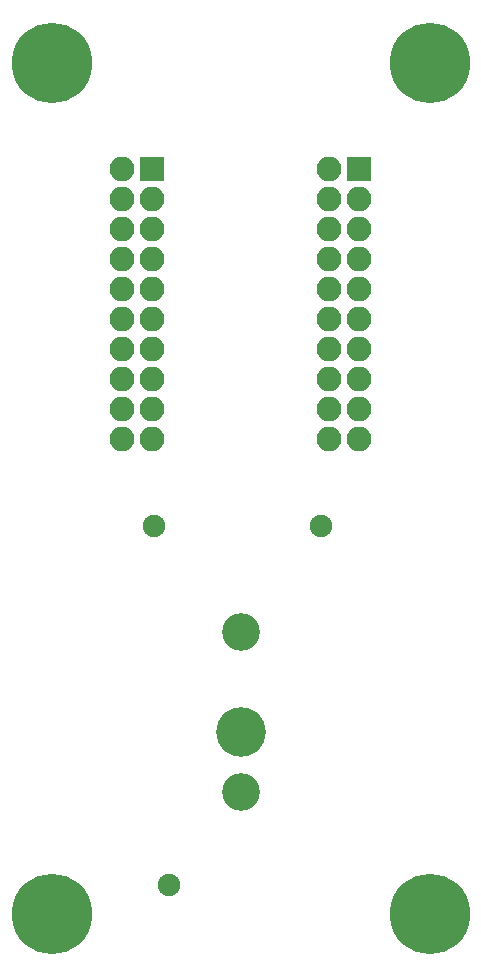
<source format=gts>
G04 #@! TF.FileFunction,Soldermask,Top*
%FSLAX46Y46*%
G04 Gerber Fmt 4.6, Leading zero omitted, Abs format (unit mm)*
G04 Created by KiCad (PCBNEW 4.0.6) date 03/31/18 20:42:20*
%MOMM*%
%LPD*%
G01*
G04 APERTURE LIST*
%ADD10C,0.100000*%
%ADD11C,6.800000*%
%ADD12O,1.900000X1.900000*%
%ADD13C,3.200000*%
%ADD14C,4.200000*%
%ADD15R,2.100000X2.100000*%
%ADD16O,2.100000X2.100000*%
G04 APERTURE END LIST*
D10*
D11*
X116000000Y-96000000D03*
X84000000Y-96000000D03*
X84000000Y-24000000D03*
D12*
X92700000Y-63200000D03*
X106800000Y-63200000D03*
D13*
X100000000Y-72200000D03*
D14*
X100000000Y-80650000D03*
D13*
X100000000Y-85700000D03*
D12*
X93900000Y-93600000D03*
D15*
X92540000Y-33000000D03*
D16*
X90000000Y-33000000D03*
X92540000Y-35540000D03*
X90000000Y-35540000D03*
X92540000Y-38080000D03*
X90000000Y-38080000D03*
X92540000Y-40620000D03*
X90000000Y-40620000D03*
X92540000Y-43160000D03*
X90000000Y-43160000D03*
X92540000Y-45700000D03*
X90000000Y-45700000D03*
X92540000Y-48240000D03*
X90000000Y-48240000D03*
X92540000Y-50780000D03*
X90000000Y-50780000D03*
X92540000Y-53320000D03*
X90000000Y-53320000D03*
X92540000Y-55860000D03*
X90000000Y-55860000D03*
D15*
X110000000Y-33000000D03*
D16*
X107460000Y-33000000D03*
X110000000Y-35540000D03*
X107460000Y-35540000D03*
X110000000Y-38080000D03*
X107460000Y-38080000D03*
X110000000Y-40620000D03*
X107460000Y-40620000D03*
X110000000Y-43160000D03*
X107460000Y-43160000D03*
X110000000Y-45700000D03*
X107460000Y-45700000D03*
X110000000Y-48240000D03*
X107460000Y-48240000D03*
X110000000Y-50780000D03*
X107460000Y-50780000D03*
X110000000Y-53320000D03*
X107460000Y-53320000D03*
X110000000Y-55860000D03*
X107460000Y-55860000D03*
D11*
X116000000Y-24000000D03*
M02*

</source>
